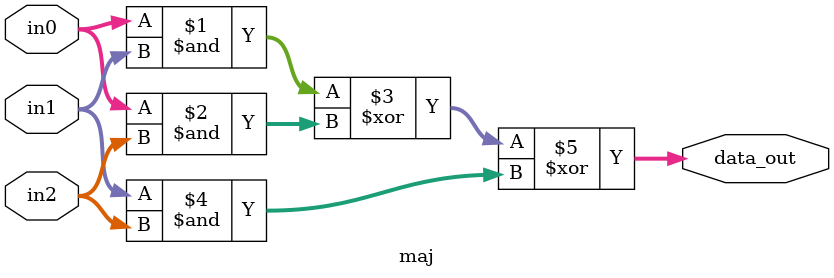
<source format=v>
`timescale 1ns / 1ps


module maj#(
    parameter DATA_WIDTH =32
)
(
    input wire [DATA_WIDTH-1:0] in0,
    input wire [DATA_WIDTH-1:0] in1,
    input wire [DATA_WIDTH-1:0] in2,

    output wire [DATA_WIDTH-1:0] data_out
);
    assign data_out= (in0 & in1) ^ (in0 & in2) ^ (in1 & in2);
    
endmodule

</source>
